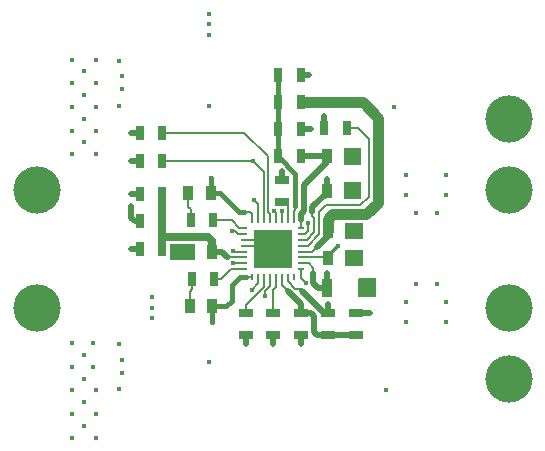
<source format=gbl>
G04*
G04 #@! TF.GenerationSoftware,Altium Limited,Altium Designer,21.1.1 (26)*
G04*
G04 Layer_Physical_Order=6*
G04 Layer_Color=16711680*
%FSLAX44Y44*%
%MOMM*%
G71*
G04*
G04 #@! TF.SameCoordinates,2B608519-D33F-45DA-9D82-168DE6A03E0F*
G04*
G04*
G04 #@! TF.FilePolarity,Positive*
G04*
G01*
G75*
%ADD10C,0.2000*%
%ADD22C,0.5000*%
%ADD23C,4.0000*%
%ADD24C,0.4500*%
%ADD30C,0.1500*%
%ADD31C,0.3000*%
%ADD32C,0.7000*%
%ADD33R,1.3000X0.7000*%
%ADD34R,0.9000X1.6000*%
%ADD35R,0.9000X1.3000*%
%ADD36R,0.7000X1.3000*%
%ADD37R,3.3000X3.3000*%
%ADD38R,0.6000X0.2300*%
%ADD39R,0.2300X0.6000*%
%ADD40C,0.4000*%
%ADD41C,0.9000*%
G36*
X325000Y321000D02*
X310000D01*
Y335000D01*
X325000D01*
Y321000D01*
D02*
G37*
G36*
X325000Y292000D02*
X310000D01*
Y306000D01*
X325000D01*
Y292000D01*
D02*
G37*
G36*
X326000Y258000D02*
X311000D01*
Y272000D01*
X326000D01*
Y258000D01*
D02*
G37*
G36*
X184000Y240000D02*
X163000D01*
Y254000D01*
X184000D01*
Y240000D01*
D02*
G37*
G36*
X326000Y235000D02*
X311000D01*
Y249000D01*
X326000D01*
Y235000D01*
D02*
G37*
G36*
X337000Y209000D02*
X323000D01*
Y225000D01*
X337000D01*
Y209000D01*
D02*
G37*
D10*
X227000Y226000D02*
X232500D01*
X226000Y281000D02*
X231000D01*
X232500Y279500D01*
Y274000D02*
Y279500D01*
X269000Y283000D02*
Y286000D01*
X267500Y281500D02*
X269000Y283000D01*
X267500Y274000D02*
Y281500D01*
X232000Y215000D02*
X237500Y220500D01*
Y226000D01*
X251000Y282000D02*
X252500Y280500D01*
Y274000D02*
Y280500D01*
X234000Y291000D02*
X237500Y287500D01*
Y274000D02*
Y287500D01*
X274000Y225000D02*
Y232500D01*
Y225000D02*
X278000Y221000D01*
X252500Y217500D02*
Y226000D01*
X250000Y215000D02*
X252500Y217500D01*
X250000Y195500D02*
Y215000D01*
X258000Y289500D02*
X260500D01*
X262500Y287500D01*
Y274000D02*
Y287500D01*
X178500Y285500D02*
Y297000D01*
Y285500D02*
X180500Y283500D01*
Y274000D02*
Y283500D01*
X216000Y237500D02*
X226000D01*
X214500Y232500D02*
X226000D01*
X206000Y224000D02*
X214500Y232500D01*
X200500Y224000D02*
X206000D01*
X181500Y215500D02*
Y224000D01*
X179500Y213500D02*
X181500Y215500D01*
X179500Y201000D02*
Y213500D01*
X199500Y274000D02*
X215000D01*
X221500Y267500D01*
X226000D01*
X215000Y265000D02*
X218000D01*
X220500Y262500D02*
X226000D01*
X218000Y265000D02*
X220500Y262500D01*
X226000Y257500D02*
X239500D01*
X226000Y252500D02*
X234500D01*
X239500Y257500D01*
X241000Y259000D01*
X257500Y219500D02*
Y226000D01*
Y219500D02*
X263000Y214000D01*
X283500Y247500D02*
X287000Y251000D01*
X274000Y247500D02*
X283500D01*
X274000Y267500D02*
Y274000D01*
X211250Y242750D02*
X211500Y242500D01*
X226000D01*
X274000Y237500D02*
X280500D01*
X284250Y233750D01*
Y229000D02*
Y233750D01*
X262500Y222500D02*
Y226000D01*
Y222500D02*
X269000Y216000D01*
X273000D01*
X275000Y214000D01*
X257500Y274000D02*
Y281500D01*
X216500Y247500D02*
X226000D01*
X216000Y248000D02*
X216500Y247500D01*
X274000Y257500D02*
X278500D01*
X285000Y264000D01*
X274000Y262500D02*
X277500D01*
X280000Y265000D01*
Y272000D01*
X280000Y272000D02*
X280000Y272000D01*
X285000Y264000D02*
Y276250D01*
X283250Y278000D02*
X285000Y276250D01*
X283250Y278000D02*
Y281000D01*
X296000Y242500D02*
X296500Y242000D01*
X274000Y242500D02*
X296000D01*
D22*
X250000Y169000D02*
Y176500D01*
X258000Y308500D02*
Y316000D01*
X263000Y214000D02*
X274000Y203000D01*
Y195500D02*
Y203000D01*
X285000Y179000D02*
X287500Y176500D01*
X297000D01*
X274000Y195500D02*
X282500D01*
X285000Y193000D01*
Y179000D02*
Y193000D01*
X297000Y176500D02*
X320000D01*
X320000Y176500D01*
X274000Y169000D02*
Y176500D01*
X297000Y195500D02*
Y203000D01*
X320000Y195500D02*
X332500D01*
X227000Y169000D02*
Y176500D01*
X287000Y251000D02*
X296500Y260500D01*
Y265000D01*
X273500Y374000D02*
X277000D01*
X274000Y274000D02*
Y279500D01*
X273500Y328000D02*
X295500D01*
X273500Y328000D02*
X273500Y328000D01*
X295500Y323500D02*
Y328000D01*
X198500Y247000D02*
X207000D01*
X211250Y242750D01*
X212411D01*
X284250Y220750D02*
X288000Y217000D01*
X295500D01*
X284250Y220750D02*
Y229000D01*
X295500Y217000D02*
Y229000D01*
X130000Y250000D02*
X137500D01*
X275000Y214000D02*
X293500Y195500D01*
X297000D01*
X130000Y348000D02*
X137500D01*
X130000Y324000D02*
X137500D01*
X130000Y296000D02*
X137500D01*
X273500Y351000D02*
X282000D01*
X293500Y352000D02*
Y362000D01*
X295500Y297500D02*
Y299000D01*
X283250Y285250D02*
X295500Y297500D01*
X274000Y279500D02*
X276000Y281500D01*
Y304000D01*
X295500Y323500D01*
Y299000D02*
Y309000D01*
X283250Y281000D02*
Y285250D01*
X133000Y273000D02*
X137500D01*
X130000Y276000D02*
X133000Y273000D01*
X130000Y276000D02*
Y286000D01*
X273500Y397000D02*
X281000D01*
D23*
X450000Y200000D02*
D03*
Y140000D02*
D03*
Y360000D02*
D03*
Y300000D02*
D03*
X50000D02*
D03*
Y200000D02*
D03*
D24*
X353000Y370000D02*
D03*
X257500Y281500D02*
D03*
X251000Y282000D02*
D03*
X233000Y324000D02*
D03*
X234000Y291000D02*
D03*
X196000Y371000D02*
D03*
X197500Y309500D02*
D03*
X215000Y265000D02*
D03*
X216000Y248000D02*
D03*
Y237500D02*
D03*
X198500Y188000D02*
D03*
X196000Y154250D02*
D03*
X120050Y370950D02*
D03*
Y409050D02*
D03*
Y130950D02*
D03*
Y169050D02*
D03*
X232000Y215000D02*
D03*
X130000Y348000D02*
D03*
Y324000D02*
D03*
Y296000D02*
D03*
Y286000D02*
D03*
Y250000D02*
D03*
X227000Y169000D02*
D03*
X250000D02*
D03*
X274000D02*
D03*
X332500Y195500D02*
D03*
X282000Y351000D02*
D03*
X293500Y362000D02*
D03*
X295500Y309000D02*
D03*
X305000Y252000D02*
D03*
X295500Y229000D02*
D03*
X278000Y221000D02*
D03*
X243000Y210000D02*
D03*
X297000Y203000D02*
D03*
X346000Y130000D02*
D03*
X281000Y397000D02*
D03*
X322000Y332000D02*
D03*
X258000Y316000D02*
D03*
X166000Y248000D02*
D03*
X241000Y259000D02*
D03*
X258000D02*
D03*
Y243000D02*
D03*
X241000D02*
D03*
X280000Y272000D02*
D03*
X196000Y449000D02*
D03*
Y440000D02*
D03*
Y431000D02*
D03*
X148000Y209000D02*
D03*
Y200000D02*
D03*
Y191000D02*
D03*
X397000Y312000D02*
D03*
Y295000D02*
D03*
X389000Y280000D02*
D03*
X371000D02*
D03*
X363000Y295000D02*
D03*
Y312000D02*
D03*
X397000Y188000D02*
D03*
Y205000D02*
D03*
X389000Y220000D02*
D03*
X371000D02*
D03*
X363000Y205000D02*
D03*
Y188000D02*
D03*
X322000Y324000D02*
D03*
X322000Y295000D02*
D03*
Y303000D02*
D03*
X323000Y261000D02*
D03*
Y269000D02*
D03*
X323000Y238000D02*
D03*
Y246000D02*
D03*
X334000Y222000D02*
D03*
Y212000D02*
D03*
X171000Y244000D02*
D03*
X122000Y396000D02*
D03*
Y385000D02*
D03*
X80000Y410000D02*
D03*
X100000D02*
D03*
Y390000D02*
D03*
X80000D02*
D03*
Y370000D02*
D03*
X100000D02*
D03*
X90000Y380000D02*
D03*
Y400000D02*
D03*
Y360000D02*
D03*
X80000Y350000D02*
D03*
X100000D02*
D03*
X90000Y340000D02*
D03*
X80000Y330000D02*
D03*
X100000D02*
D03*
Y90000D02*
D03*
X80000D02*
D03*
X90000Y100000D02*
D03*
X100000Y110000D02*
D03*
X80000D02*
D03*
X90000Y120000D02*
D03*
Y160000D02*
D03*
Y140000D02*
D03*
X100000Y130000D02*
D03*
X80000D02*
D03*
Y150000D02*
D03*
X98000D02*
D03*
Y170000D02*
D03*
X80000D02*
D03*
X122000Y145000D02*
D03*
Y156000D02*
D03*
D30*
X242500Y274000D02*
Y314500D01*
X156500Y324000D02*
X233000D01*
X242500Y314500D01*
X245500Y281000D02*
Y328500D01*
X156500Y348000D02*
X226000D01*
X245500Y328500D01*
X247500Y274000D02*
Y279000D01*
X245500Y281000D02*
X247500Y279000D01*
X242500Y217500D02*
Y226000D01*
X227000Y202000D02*
X242500Y217500D01*
X227000Y195500D02*
Y202000D01*
X247500Y218257D02*
Y226000D01*
X243000Y213757D02*
X247500Y218257D01*
X243000Y210000D02*
Y213757D01*
X274000Y252500D02*
X279500D01*
X312500Y352000D02*
X322000D01*
X331000Y343000D01*
X289000Y281000D02*
X295000Y287000D01*
X279500Y252500D02*
X289000Y262000D01*
Y281000D01*
X295000Y287000D02*
X324000D01*
X331000Y294000D01*
Y343000D01*
D31*
X296500Y242000D02*
Y243500D01*
X305000Y252000D01*
D32*
X198500Y247000D02*
Y256500D01*
X195000Y260000D02*
X198500Y256500D01*
X157500Y260000D02*
X195000D01*
X156500Y261000D02*
X157500Y260000D01*
X156500Y250000D02*
Y261000D01*
Y296000D01*
D33*
X227000Y195500D02*
D03*
Y176500D02*
D03*
X250000Y176500D02*
D03*
Y195500D02*
D03*
X274000Y195500D02*
D03*
Y176500D02*
D03*
X297000Y176500D02*
D03*
Y195500D02*
D03*
X320000Y195500D02*
D03*
Y176500D02*
D03*
X258000Y289500D02*
D03*
Y308500D02*
D03*
D34*
X295500Y217000D02*
D03*
X326500D02*
D03*
D35*
X315500Y242000D02*
D03*
X296500D02*
D03*
X179500Y247000D02*
D03*
X198500D02*
D03*
X314500Y299000D02*
D03*
X295500D02*
D03*
X198500Y201000D02*
D03*
X179500D02*
D03*
X178500Y297000D02*
D03*
X197500D02*
D03*
X296500Y265000D02*
D03*
X315500D02*
D03*
X295500Y328000D02*
D03*
X314500D02*
D03*
D36*
X156500Y250000D02*
D03*
X137500D02*
D03*
X137500Y273000D02*
D03*
X156500D02*
D03*
X156500Y296000D02*
D03*
X137500D02*
D03*
X181500Y224000D02*
D03*
X200500D02*
D03*
X199500Y274000D02*
D03*
X180500D02*
D03*
X312500Y352000D02*
D03*
X293500D02*
D03*
X156500Y348000D02*
D03*
X137500D02*
D03*
X156500Y324000D02*
D03*
X137500D02*
D03*
X254500Y328000D02*
D03*
X273500D02*
D03*
X254500Y374000D02*
D03*
X273500D02*
D03*
X254500Y351000D02*
D03*
X273500D02*
D03*
X273500Y397000D02*
D03*
X254500D02*
D03*
D37*
X250000Y250000D02*
D03*
D38*
X274000Y267500D02*
D03*
Y262500D02*
D03*
Y257500D02*
D03*
Y252500D02*
D03*
Y247500D02*
D03*
Y242500D02*
D03*
Y237500D02*
D03*
Y232500D02*
D03*
X226000D02*
D03*
Y237500D02*
D03*
Y242500D02*
D03*
Y247500D02*
D03*
Y252500D02*
D03*
Y257500D02*
D03*
Y262500D02*
D03*
Y267500D02*
D03*
D39*
X267500Y226000D02*
D03*
X262500D02*
D03*
X257500D02*
D03*
X252500D02*
D03*
X247500D02*
D03*
X242500D02*
D03*
X237500D02*
D03*
X232500D02*
D03*
Y274000D02*
D03*
X237500D02*
D03*
X242500D02*
D03*
X247500D02*
D03*
X252500D02*
D03*
X257500D02*
D03*
X262500D02*
D03*
X267500D02*
D03*
D40*
X215000Y206000D02*
Y219000D01*
X198500Y201000D02*
X210000D01*
X222000Y226000D02*
X227000D01*
X215000Y219000D02*
X222000Y226000D01*
X210000Y201000D02*
X215000Y206000D01*
X198500Y188000D02*
Y201000D01*
X197500Y297000D02*
Y309500D01*
Y297000D02*
X205000D01*
X221000Y281000D01*
X226000D01*
X254500Y374000D02*
Y397000D01*
Y351000D02*
Y374000D01*
Y328000D02*
Y351000D01*
Y328000D02*
X269000Y313500D01*
X254500Y397000D02*
X254500Y397000D01*
X269000Y286000D02*
Y313500D01*
D41*
X296500Y275500D02*
X300000Y279000D01*
X326000Y374000D02*
X339000Y361000D01*
X296500Y265000D02*
Y275500D01*
X277000Y374000D02*
X326000D01*
X300000Y279000D02*
X329000D01*
X339000Y289000D01*
Y361000D01*
M02*

</source>
